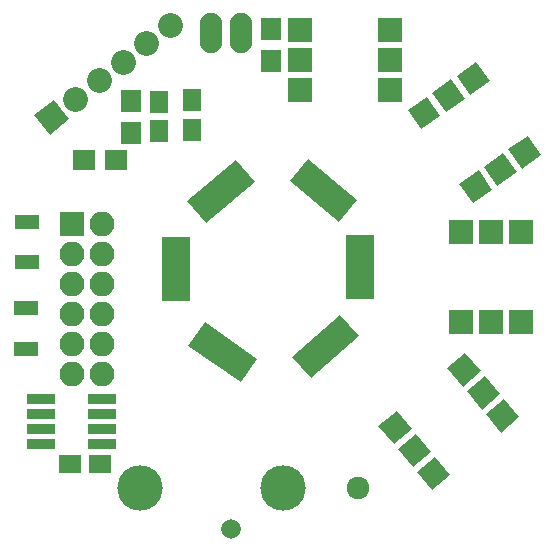
<source format=gts>
G04 #@! TF.FileFunction,Soldermask,Top*
%FSLAX46Y46*%
G04 Gerber Fmt 4.6, Leading zero omitted, Abs format (unit mm)*
G04 Created by KiCad (PCBNEW 4.0.7) date 01/22/18 18:56:20*
%MOMM*%
%LPD*%
G01*
G04 APERTURE LIST*
%ADD10C,0.100000*%
%ADD11R,2.000000X2.000000*%
%ADD12C,1.670000*%
%ADD13C,3.850000*%
%ADD14C,1.920000*%
%ADD15R,2.381200X0.958800*%
%ADD16R,2.100000X1.200000*%
%ADD17O,1.910000X3.410000*%
%ADD18R,2.100000X2.100000*%
%ADD19O,2.100000X2.100000*%
%ADD20R,1.650000X1.900000*%
%ADD21R,1.900000X1.700000*%
%ADD22R,1.700000X1.900000*%
%ADD23R,2.400000X5.400000*%
%ADD24R,1.900000X1.650000*%
%ADD25C,2.100000*%
G04 APERTURE END LIST*
D10*
G36*
X148590002Y-98685674D02*
X147213419Y-100651639D01*
X142789998Y-97554326D01*
X144166581Y-95588361D01*
X148590002Y-98685674D01*
X148590002Y-98685674D01*
G37*
G36*
X160165433Y-105912100D02*
X158879858Y-104380011D01*
X160411947Y-103094436D01*
X161697522Y-104626525D01*
X160165433Y-105912100D01*
X160165433Y-105912100D01*
G37*
G36*
X169268053Y-104905564D02*
X167982478Y-103373475D01*
X169514567Y-102087900D01*
X170800142Y-103619989D01*
X169268053Y-104905564D01*
X169268053Y-104905564D01*
G37*
G36*
X161798114Y-107857853D02*
X160512539Y-106325764D01*
X162044628Y-105040189D01*
X163330203Y-106572278D01*
X161798114Y-107857853D01*
X161798114Y-107857853D01*
G37*
G36*
X167635372Y-102959811D02*
X166349797Y-101427722D01*
X167881886Y-100142147D01*
X169167461Y-101674236D01*
X167635372Y-102959811D01*
X167635372Y-102959811D01*
G37*
G36*
X163430794Y-109803606D02*
X162145219Y-108271517D01*
X163677308Y-106985942D01*
X164962883Y-108518031D01*
X163430794Y-109803606D01*
X163430794Y-109803606D01*
G37*
G36*
X166002692Y-101014058D02*
X164717117Y-99481969D01*
X166249206Y-98196394D01*
X167534781Y-99728483D01*
X166002692Y-101014058D01*
X166002692Y-101014058D01*
G37*
D11*
X165870000Y-95550000D03*
X170950000Y-87930000D03*
X168410000Y-95550000D03*
X168410000Y-87930000D03*
X170950000Y-95550000D03*
X165870000Y-87930000D03*
D12*
X146410000Y-113070000D03*
D13*
X138690000Y-109620000D03*
X150830000Y-109620000D03*
D14*
X157120000Y-109620000D03*
D15*
X130300000Y-103360000D03*
X135500000Y-103360000D03*
X130300000Y-102090000D03*
X130300000Y-104630000D03*
X130300000Y-105900000D03*
X135500000Y-102090000D03*
X135500000Y-104630000D03*
X135500000Y-105900000D03*
D11*
X159860000Y-75900000D03*
X152240000Y-70820000D03*
X159860000Y-73360000D03*
X152240000Y-73360000D03*
X159860000Y-70820000D03*
X152240000Y-75900000D03*
D16*
X129010000Y-97790000D03*
X129010000Y-94390000D03*
X129100000Y-90450000D03*
X129100000Y-87050000D03*
D10*
G36*
X168502728Y-84335576D02*
X166864424Y-85482728D01*
X165717272Y-83844424D01*
X167355576Y-82697272D01*
X168502728Y-84335576D01*
X168502728Y-84335576D01*
G37*
G36*
X168293368Y-75179870D02*
X166655064Y-76327022D01*
X165507912Y-74688718D01*
X167146216Y-73541566D01*
X168293368Y-75179870D01*
X168293368Y-75179870D01*
G37*
G36*
X170583374Y-82878692D02*
X168945070Y-84025844D01*
X167797918Y-82387540D01*
X169436222Y-81240388D01*
X170583374Y-82878692D01*
X170583374Y-82878692D01*
G37*
G36*
X166212722Y-76636754D02*
X164574418Y-77783906D01*
X163427266Y-76145602D01*
X165065570Y-74998450D01*
X166212722Y-76636754D01*
X166212722Y-76636754D01*
G37*
G36*
X172664020Y-81421808D02*
X171025716Y-82568960D01*
X169878564Y-80930656D01*
X171516868Y-79783504D01*
X172664020Y-81421808D01*
X172664020Y-81421808D01*
G37*
G36*
X164132076Y-78093638D02*
X162493772Y-79240790D01*
X161346620Y-77602486D01*
X162984924Y-76455334D01*
X164132076Y-78093638D01*
X164132076Y-78093638D01*
G37*
D17*
X144740000Y-71050000D03*
X147280000Y-71050000D03*
D18*
X132900000Y-87270000D03*
D19*
X135440000Y-87270000D03*
X132900000Y-89810000D03*
X135440000Y-89810000D03*
X132900000Y-92350000D03*
X135440000Y-92350000D03*
X132900000Y-94890000D03*
X135440000Y-94890000D03*
X132900000Y-97430000D03*
X135440000Y-97430000D03*
X132900000Y-99970000D03*
X135440000Y-99970000D03*
D20*
X143110000Y-79290000D03*
X143110000Y-76790000D03*
X140330000Y-79380000D03*
X140330000Y-76880000D03*
D21*
X133950000Y-81810000D03*
X136650000Y-81810000D03*
D22*
X149790000Y-73440000D03*
X149790000Y-70740000D03*
X137950000Y-79550000D03*
X137950000Y-76850000D03*
D10*
G36*
X153139555Y-100297011D02*
X151565013Y-98485708D01*
X155640445Y-94942989D01*
X157214987Y-96754292D01*
X153139555Y-100297011D01*
X153139555Y-100297011D01*
G37*
D23*
X141740000Y-91070000D03*
X157360000Y-90930000D03*
D10*
G36*
X144253025Y-87154780D02*
X142710335Y-85316273D01*
X146846975Y-81845220D01*
X148389665Y-83683727D01*
X144253025Y-87154780D01*
X144253025Y-87154780D01*
G37*
G36*
X157059665Y-85226273D02*
X155516975Y-87064780D01*
X151380335Y-83593727D01*
X152923025Y-81755220D01*
X157059665Y-85226273D01*
X157059665Y-85226273D01*
G37*
D24*
X132770000Y-107590000D03*
X135270000Y-107590000D03*
D10*
G36*
X132699147Y-78399891D02*
X131044324Y-79692780D01*
X129751435Y-78037957D01*
X131406258Y-76745068D01*
X132699147Y-78399891D01*
X132699147Y-78399891D01*
G37*
D25*
X133226838Y-76655144D02*
X133226838Y-76655144D01*
X135228386Y-75091364D02*
X135228386Y-75091364D01*
X137229933Y-73527584D02*
X137229933Y-73527584D01*
X139231480Y-71963803D02*
X139231480Y-71963803D01*
X141233028Y-70400023D02*
X141233028Y-70400023D01*
M02*

</source>
